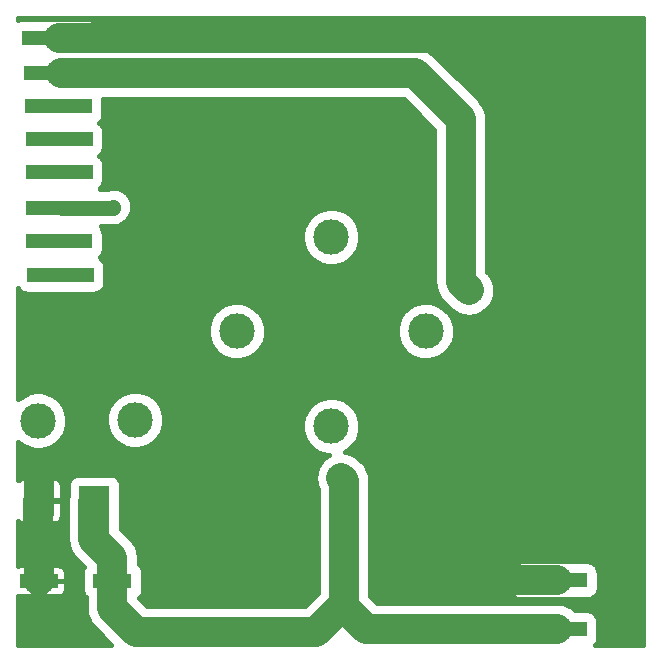
<source format=gbr>
G04 #@! TF.FileFunction,Copper,L1,Top,Signal*
%FSLAX46Y46*%
G04 Gerber Fmt 4.6, Leading zero omitted, Abs format (unit mm)*
G04 Created by KiCad (PCBNEW 4.0.6) date 05/07/17 20:55:24*
%MOMM*%
%LPD*%
G01*
G04 APERTURE LIST*
%ADD10C,0.100000*%
%ADD11C,1.100000*%
%ADD12R,0.635000X1.270000*%
%ADD13R,3.300000X1.300000*%
%ADD14R,2.540000X2.540000*%
%ADD15C,3.000000*%
%ADD16C,1.006400*%
%ADD17C,2.540000*%
%ADD18C,1.270000*%
%ADD19C,0.406400*%
G04 APERTURE END LIST*
D10*
D11*
X78462700Y-125832900D03*
D12*
X78843700Y-125832900D03*
X79478700Y-125832900D03*
X78208700Y-125832900D03*
X77573700Y-125832900D03*
X76938700Y-125832900D03*
X80075600Y-125832900D03*
X80672500Y-125832900D03*
X76316400Y-125832900D03*
X75694100Y-125832900D03*
D11*
X78444500Y-129966900D03*
D12*
X78825500Y-129966900D03*
X79460500Y-129966900D03*
X78190500Y-129966900D03*
X77555500Y-129966900D03*
X76920500Y-129966900D03*
X80057400Y-129966900D03*
X80654300Y-129966900D03*
X76298200Y-129966900D03*
X75675900Y-129966900D03*
D11*
X36267100Y-79918900D03*
D12*
X36648100Y-79918900D03*
X37283100Y-79918900D03*
X36013100Y-79918900D03*
X35378100Y-79918900D03*
X34743100Y-79918900D03*
X37880000Y-79918900D03*
X38476900Y-79918900D03*
X34120800Y-79918900D03*
X33498500Y-79918900D03*
D11*
X36453100Y-82863900D03*
D12*
X36834100Y-82863900D03*
X37469100Y-82863900D03*
X36199100Y-82863900D03*
X35564100Y-82863900D03*
X34929100Y-82863900D03*
X38066000Y-82863900D03*
X38662900Y-82863900D03*
X34306800Y-82863900D03*
X33684500Y-82863900D03*
D11*
X36565100Y-91288900D03*
D12*
X36946100Y-91288900D03*
X37581100Y-91288900D03*
X36311100Y-91288900D03*
X35676100Y-91288900D03*
X35041100Y-91288900D03*
X38178000Y-91288900D03*
X38774900Y-91288900D03*
X34418800Y-91288900D03*
X33796500Y-91288900D03*
D11*
X36554100Y-94266900D03*
D12*
X36935100Y-94266900D03*
X37570100Y-94266900D03*
X36300100Y-94266900D03*
X35665100Y-94266900D03*
X35030100Y-94266900D03*
X38167000Y-94266900D03*
X38763900Y-94266900D03*
X34407800Y-94266900D03*
X33785500Y-94266900D03*
D11*
X36532100Y-85706900D03*
D12*
X36913100Y-85706900D03*
X37548100Y-85706900D03*
X36278100Y-85706900D03*
X35643100Y-85706900D03*
X35008100Y-85706900D03*
X38145000Y-85706900D03*
X38741900Y-85706900D03*
X34385800Y-85706900D03*
X33763500Y-85706900D03*
D11*
X36704100Y-99946900D03*
D12*
X37085100Y-99946900D03*
X37720100Y-99946900D03*
X36450100Y-99946900D03*
X35815100Y-99946900D03*
X35180100Y-99946900D03*
X38317000Y-99946900D03*
X38913900Y-99946900D03*
X34557800Y-99946900D03*
X33935500Y-99946900D03*
D11*
X36555100Y-97130900D03*
D12*
X36936100Y-97130900D03*
X37571100Y-97130900D03*
X36301100Y-97130900D03*
X35666100Y-97130900D03*
X35031100Y-97130900D03*
X38168000Y-97130900D03*
X38764900Y-97130900D03*
X34408800Y-97130900D03*
X33786500Y-97130900D03*
D11*
X36569100Y-88491900D03*
D12*
X36950100Y-88491900D03*
X37585100Y-88491900D03*
X36315100Y-88491900D03*
X35680100Y-88491900D03*
X35045100Y-88491900D03*
X38182000Y-88491900D03*
X38778900Y-88491900D03*
X34422800Y-88491900D03*
X33800500Y-88491900D03*
D13*
X40803100Y-125882900D03*
X34553100Y-125882900D03*
D14*
X34582600Y-119081900D03*
X39281600Y-119081900D03*
D15*
X51333700Y-104744900D03*
X59334700Y-96743900D03*
X67335700Y-104744900D03*
X59334700Y-112771300D03*
X34515100Y-112298900D03*
X42719100Y-112232900D03*
D16*
X70962100Y-101268900D03*
X60193100Y-117182900D03*
X74554100Y-95963900D03*
X64568100Y-121066900D03*
X49653000Y-119144000D03*
X40890100Y-94183900D03*
D17*
X40803100Y-125882900D02*
X40803100Y-123907900D01*
X40803100Y-123907900D02*
X39194100Y-122298900D01*
X39194100Y-122298900D02*
X39194100Y-119169400D01*
X39194100Y-119169400D02*
X39281600Y-119081900D01*
X36453100Y-82863900D02*
X66388100Y-82863900D01*
X66388100Y-82863900D02*
X70300100Y-86775900D01*
X70300100Y-86775900D02*
X70300100Y-100606900D01*
X70300100Y-100606900D02*
X70962100Y-101268900D01*
X78444500Y-129966900D02*
X62294100Y-129966900D01*
X62294100Y-129966900D02*
X60412100Y-128084900D01*
X60412100Y-128084900D02*
X60412100Y-127810900D01*
X60412100Y-127810900D02*
X60412100Y-117401900D01*
X60412100Y-117401900D02*
X60193100Y-117182900D01*
X39281600Y-119081900D02*
X39281600Y-122424400D01*
X39281600Y-122424400D02*
X40780100Y-123922900D01*
X40780100Y-123922900D02*
X40780100Y-128196900D01*
X40780100Y-128196900D02*
X42804100Y-130220900D01*
X42804100Y-130220900D02*
X58002100Y-130220900D01*
X58002100Y-130220900D02*
X60412100Y-127810900D01*
X34553100Y-125882900D02*
X34474100Y-119149400D01*
X34474100Y-119149400D02*
X34582600Y-119081900D01*
X36267100Y-79918900D02*
X69024100Y-79918900D01*
X69024100Y-79918900D02*
X74081100Y-84975900D01*
X74081100Y-84975900D02*
X74081100Y-95490900D01*
X74081100Y-95490900D02*
X74554100Y-95963900D01*
X78462700Y-125832900D02*
X65712100Y-125832900D01*
X65712100Y-125832900D02*
X64678100Y-124798900D01*
X64678100Y-124798900D02*
X64678100Y-121176900D01*
X64678100Y-121176900D02*
X64568100Y-121066900D01*
X34582600Y-119081900D02*
X34582600Y-116547400D01*
X34582600Y-116547400D02*
X35203100Y-115926900D01*
X35203100Y-115926900D02*
X46435900Y-115926900D01*
X46435900Y-115926900D02*
X49653000Y-119144000D01*
D18*
X36554100Y-94266900D02*
X40807100Y-94266900D01*
X40807100Y-94266900D02*
X40890100Y-94183900D01*
D19*
G36*
X85723900Y-131288700D02*
X81648108Y-131288700D01*
X81791119Y-131120904D01*
X81903272Y-130872099D01*
X81941670Y-130601900D01*
X81941670Y-129331900D01*
X81929413Y-129178195D01*
X81848679Y-128917496D01*
X81698513Y-128689610D01*
X81490804Y-128512581D01*
X81241999Y-128400428D01*
X80971800Y-128362030D01*
X79992648Y-128362030D01*
X79707314Y-128122606D01*
X79325039Y-127912449D01*
X78909224Y-127780544D01*
X78475708Y-127731918D01*
X78444500Y-127731700D01*
X63219950Y-127731700D01*
X62647300Y-127159050D01*
X62647300Y-125197900D01*
X74406730Y-125197900D01*
X74406730Y-126467900D01*
X74418987Y-126621605D01*
X74499721Y-126882304D01*
X74649887Y-127110190D01*
X74857596Y-127287219D01*
X75106401Y-127399372D01*
X75376600Y-127437770D01*
X80990000Y-127437770D01*
X81143705Y-127425513D01*
X81404404Y-127344779D01*
X81632290Y-127194613D01*
X81809319Y-126986904D01*
X81921472Y-126738099D01*
X81959870Y-126467900D01*
X81959870Y-125197900D01*
X81947613Y-125044195D01*
X81866879Y-124783496D01*
X81716713Y-124555610D01*
X81509004Y-124378581D01*
X81260199Y-124266428D01*
X80990000Y-124228030D01*
X75376600Y-124228030D01*
X75222895Y-124240287D01*
X74962196Y-124321021D01*
X74734310Y-124471187D01*
X74557281Y-124678896D01*
X74445128Y-124927701D01*
X74406730Y-125197900D01*
X62647300Y-125197900D01*
X62647300Y-117401900D01*
X62627149Y-117196386D01*
X62609157Y-116990732D01*
X62605878Y-116979446D01*
X62604731Y-116967747D01*
X62545044Y-116770055D01*
X62487451Y-116571819D01*
X62482043Y-116561386D01*
X62478645Y-116550131D01*
X62381700Y-116367804D01*
X62286697Y-116184523D01*
X62279364Y-116175338D01*
X62273846Y-116164959D01*
X62143318Y-116004916D01*
X62014538Y-115843597D01*
X61998410Y-115827241D01*
X61998133Y-115826902D01*
X61997819Y-115826642D01*
X61992625Y-115821375D01*
X61773625Y-115602375D01*
X61436532Y-115325483D01*
X61052076Y-115119340D01*
X60634904Y-114991797D01*
X60464041Y-114974442D01*
X60859772Y-114723304D01*
X61209874Y-114389906D01*
X61488550Y-113994857D01*
X61685187Y-113553203D01*
X61792295Y-113081766D01*
X61800006Y-112529575D01*
X61706103Y-112055331D01*
X61521874Y-111608359D01*
X61254337Y-111205683D01*
X60913681Y-110862640D01*
X60512882Y-110592298D01*
X60067207Y-110404953D01*
X59593630Y-110307742D01*
X59110191Y-110304367D01*
X58635304Y-110394956D01*
X58187056Y-110576060D01*
X57782522Y-110840780D01*
X57437110Y-111179033D01*
X57163976Y-111577934D01*
X56973525Y-112022291D01*
X56873010Y-112495177D01*
X56866260Y-112978581D01*
X56953532Y-113454089D01*
X57131502Y-113903590D01*
X57393391Y-114309963D01*
X57729224Y-114657728D01*
X58126209Y-114933640D01*
X58569225Y-115127189D01*
X59041398Y-115231003D01*
X59122272Y-115232697D01*
X58962665Y-115316848D01*
X58623648Y-115591379D01*
X58344410Y-115926532D01*
X58135588Y-116309538D01*
X58005136Y-116725810D01*
X57958023Y-117159493D01*
X57996043Y-117594068D01*
X58117749Y-118012981D01*
X58176900Y-118127096D01*
X58176900Y-126885050D01*
X57076250Y-127985700D01*
X43729950Y-127985700D01*
X43040218Y-127295968D01*
X43095390Y-127259613D01*
X43272419Y-127051904D01*
X43384572Y-126803099D01*
X43422970Y-126532900D01*
X43422970Y-125232900D01*
X43410713Y-125079195D01*
X43329979Y-124818496D01*
X43179813Y-124590610D01*
X43038300Y-124469999D01*
X43038300Y-123907900D01*
X43018149Y-123702386D01*
X43000157Y-123496732D01*
X42996878Y-123485446D01*
X42995731Y-123473747D01*
X42936058Y-123276102D01*
X42878452Y-123077819D01*
X42873042Y-123067382D01*
X42869645Y-123056131D01*
X42772719Y-122873839D01*
X42677697Y-122690523D01*
X42670364Y-122681338D01*
X42664846Y-122670959D01*
X42534343Y-122510946D01*
X42405539Y-122349597D01*
X42389408Y-122333240D01*
X42389133Y-122332902D01*
X42388820Y-122332643D01*
X42383625Y-122327375D01*
X41516800Y-121460550D01*
X41516800Y-120384762D01*
X41521470Y-120351900D01*
X41521470Y-117811900D01*
X41509213Y-117658195D01*
X41428479Y-117397496D01*
X41278313Y-117169610D01*
X41070604Y-116992581D01*
X40821799Y-116880428D01*
X40551600Y-116842030D01*
X38011600Y-116842030D01*
X37857895Y-116854287D01*
X37597196Y-116935021D01*
X37369310Y-117085187D01*
X37192281Y-117292896D01*
X37080128Y-117541701D01*
X37041730Y-117811900D01*
X37041730Y-118597539D01*
X37007744Y-118704676D01*
X37006434Y-118716354D01*
X37002997Y-118727596D01*
X36982131Y-118933027D01*
X36959118Y-119138192D01*
X36958957Y-119161169D01*
X36958914Y-119161597D01*
X36958952Y-119161996D01*
X36958900Y-119169400D01*
X36958900Y-122298900D01*
X36979051Y-122504414D01*
X36997043Y-122710068D01*
X37000322Y-122721354D01*
X37001469Y-122733053D01*
X37061156Y-122930745D01*
X37118749Y-123128981D01*
X37124157Y-123139414D01*
X37127555Y-123150669D01*
X37224489Y-123332976D01*
X37319503Y-123516278D01*
X37326837Y-123525465D01*
X37332354Y-123535841D01*
X37386510Y-123602243D01*
X37407003Y-123641778D01*
X37414337Y-123650965D01*
X37419854Y-123661341D01*
X37550345Y-123821338D01*
X37679162Y-123982704D01*
X37695292Y-123999060D01*
X37695567Y-123999398D01*
X37695880Y-123999657D01*
X37701075Y-124004925D01*
X38368873Y-124672723D01*
X38333781Y-124713896D01*
X38221628Y-124962701D01*
X38183230Y-125232900D01*
X38183230Y-126532900D01*
X38195487Y-126686605D01*
X38276221Y-126947304D01*
X38426387Y-127175190D01*
X38544900Y-127276198D01*
X38544900Y-128196900D01*
X38565051Y-128402414D01*
X38583043Y-128608068D01*
X38586322Y-128619354D01*
X38587469Y-128631053D01*
X38647156Y-128828745D01*
X38704749Y-129026981D01*
X38710157Y-129037414D01*
X38713555Y-129048669D01*
X38810489Y-129230976D01*
X38905503Y-129414278D01*
X38912837Y-129423465D01*
X38918354Y-129433841D01*
X39048845Y-129593838D01*
X39177662Y-129755204D01*
X39193792Y-129771560D01*
X39194067Y-129771898D01*
X39194380Y-129772157D01*
X39199575Y-129777425D01*
X40710850Y-131288700D01*
X32818300Y-131288700D01*
X32818300Y-127188555D01*
X32838135Y-127192500D01*
X34363200Y-127192500D01*
X34528100Y-127027600D01*
X34528100Y-125907900D01*
X34578100Y-125907900D01*
X34578100Y-127027600D01*
X34743000Y-127192500D01*
X36268065Y-127192500D01*
X36395498Y-127167152D01*
X36515538Y-127117430D01*
X36623571Y-127045245D01*
X36715445Y-126953370D01*
X36787630Y-126845338D01*
X36837352Y-126725298D01*
X36862700Y-126597865D01*
X36862700Y-126072800D01*
X36697800Y-125907900D01*
X34578100Y-125907900D01*
X34528100Y-125907900D01*
X34508100Y-125907900D01*
X34508100Y-125857900D01*
X34528100Y-125857900D01*
X34528100Y-124738200D01*
X34578100Y-124738200D01*
X34578100Y-125857900D01*
X36697800Y-125857900D01*
X36862700Y-125693000D01*
X36862700Y-125167935D01*
X36837352Y-125040502D01*
X36787630Y-124920462D01*
X36715445Y-124812430D01*
X36623571Y-124720555D01*
X36515538Y-124648370D01*
X36395498Y-124598648D01*
X36268065Y-124573300D01*
X34743000Y-124573300D01*
X34578100Y-124738200D01*
X34528100Y-124738200D01*
X34363200Y-124573300D01*
X32838135Y-124573300D01*
X32818300Y-124577245D01*
X32818300Y-120790415D01*
X32892129Y-120864245D01*
X33000162Y-120936430D01*
X33120202Y-120986152D01*
X33247635Y-121011500D01*
X34392700Y-121011500D01*
X34557600Y-120846600D01*
X34557600Y-119106900D01*
X34607600Y-119106900D01*
X34607600Y-120846600D01*
X34772500Y-121011500D01*
X35917565Y-121011500D01*
X36044998Y-120986152D01*
X36165038Y-120936430D01*
X36273071Y-120864245D01*
X36364945Y-120772370D01*
X36437130Y-120664338D01*
X36486852Y-120544298D01*
X36512200Y-120416865D01*
X36512200Y-119271800D01*
X36347300Y-119106900D01*
X34607600Y-119106900D01*
X34557600Y-119106900D01*
X34537600Y-119106900D01*
X34537600Y-119056900D01*
X34557600Y-119056900D01*
X34557600Y-117317200D01*
X34607600Y-117317200D01*
X34607600Y-119056900D01*
X36347300Y-119056900D01*
X36512200Y-118892000D01*
X36512200Y-117746935D01*
X36486852Y-117619502D01*
X36437130Y-117499462D01*
X36364945Y-117391430D01*
X36273071Y-117299555D01*
X36165038Y-117227370D01*
X36044998Y-117177648D01*
X35917565Y-117152300D01*
X34772500Y-117152300D01*
X34607600Y-117317200D01*
X34557600Y-117317200D01*
X34392700Y-117152300D01*
X33247635Y-117152300D01*
X33120202Y-117177648D01*
X33000162Y-117227370D01*
X32892129Y-117299555D01*
X32818300Y-117373385D01*
X32818300Y-114090759D01*
X32909624Y-114185328D01*
X33306609Y-114461240D01*
X33749625Y-114654789D01*
X34221798Y-114758603D01*
X34705143Y-114768727D01*
X35181249Y-114684777D01*
X35631981Y-114509949D01*
X36040172Y-114250904D01*
X36390274Y-113917506D01*
X36668950Y-113522457D01*
X36865587Y-113080803D01*
X36972695Y-112609366D01*
X36975057Y-112440181D01*
X40250660Y-112440181D01*
X40337932Y-112915689D01*
X40515902Y-113365190D01*
X40777791Y-113771563D01*
X41113624Y-114119328D01*
X41510609Y-114395240D01*
X41953625Y-114588789D01*
X42425798Y-114692603D01*
X42909143Y-114702727D01*
X43385249Y-114618777D01*
X43835981Y-114443949D01*
X44244172Y-114184904D01*
X44594274Y-113851506D01*
X44872950Y-113456457D01*
X45069587Y-113014803D01*
X45176695Y-112543366D01*
X45184406Y-111991175D01*
X45090503Y-111516931D01*
X44906274Y-111069959D01*
X44638737Y-110667283D01*
X44298081Y-110324240D01*
X43897282Y-110053898D01*
X43451607Y-109866553D01*
X42978030Y-109769342D01*
X42494591Y-109765967D01*
X42019704Y-109856556D01*
X41571456Y-110037660D01*
X41166922Y-110302380D01*
X40821510Y-110640633D01*
X40548376Y-111039534D01*
X40357925Y-111483891D01*
X40257410Y-111956777D01*
X40250660Y-112440181D01*
X36975057Y-112440181D01*
X36980406Y-112057175D01*
X36886503Y-111582931D01*
X36702274Y-111135959D01*
X36434737Y-110733283D01*
X36094081Y-110390240D01*
X35693282Y-110119898D01*
X35247607Y-109932553D01*
X34774030Y-109835342D01*
X34290591Y-109831967D01*
X33815704Y-109922556D01*
X33367456Y-110103660D01*
X32962922Y-110368380D01*
X32818300Y-110510005D01*
X32818300Y-104952181D01*
X48865260Y-104952181D01*
X48952532Y-105427689D01*
X49130502Y-105877190D01*
X49392391Y-106283563D01*
X49728224Y-106631328D01*
X50125209Y-106907240D01*
X50568225Y-107100789D01*
X51040398Y-107204603D01*
X51523743Y-107214727D01*
X51999849Y-107130777D01*
X52450581Y-106955949D01*
X52858772Y-106696904D01*
X53208874Y-106363506D01*
X53487550Y-105968457D01*
X53684187Y-105526803D01*
X53791295Y-105055366D01*
X53792735Y-104952181D01*
X64867260Y-104952181D01*
X64954532Y-105427689D01*
X65132502Y-105877190D01*
X65394391Y-106283563D01*
X65730224Y-106631328D01*
X66127209Y-106907240D01*
X66570225Y-107100789D01*
X67042398Y-107204603D01*
X67525743Y-107214727D01*
X68001849Y-107130777D01*
X68452581Y-106955949D01*
X68860772Y-106696904D01*
X69210874Y-106363506D01*
X69489550Y-105968457D01*
X69686187Y-105526803D01*
X69793295Y-105055366D01*
X69801006Y-104503175D01*
X69707103Y-104028931D01*
X69522874Y-103581959D01*
X69255337Y-103179283D01*
X68914681Y-102836240D01*
X68513882Y-102565898D01*
X68068207Y-102378553D01*
X67594630Y-102281342D01*
X67111191Y-102277967D01*
X66636304Y-102368556D01*
X66188056Y-102549660D01*
X65783522Y-102814380D01*
X65438110Y-103152633D01*
X65164976Y-103551534D01*
X64974525Y-103995891D01*
X64874010Y-104468777D01*
X64867260Y-104952181D01*
X53792735Y-104952181D01*
X53799006Y-104503175D01*
X53705103Y-104028931D01*
X53520874Y-103581959D01*
X53253337Y-103179283D01*
X52912681Y-102836240D01*
X52511882Y-102565898D01*
X52066207Y-102378553D01*
X51592630Y-102281342D01*
X51109191Y-102277967D01*
X50634304Y-102368556D01*
X50186056Y-102549660D01*
X49781522Y-102814380D01*
X49436110Y-103152633D01*
X49162976Y-103551534D01*
X48972525Y-103995891D01*
X48872010Y-104468777D01*
X48865260Y-104952181D01*
X32818300Y-104952181D01*
X32818300Y-101113428D01*
X32891287Y-101224190D01*
X33098996Y-101401219D01*
X33347801Y-101513372D01*
X33618000Y-101551770D01*
X39231400Y-101551770D01*
X39385105Y-101539513D01*
X39645804Y-101458779D01*
X39873690Y-101308613D01*
X40050719Y-101100904D01*
X40162872Y-100852099D01*
X40201270Y-100581900D01*
X40201270Y-99311900D01*
X40189013Y-99158195D01*
X40108279Y-98897496D01*
X39958113Y-98669610D01*
X39750404Y-98492581D01*
X39731847Y-98484216D01*
X39901719Y-98284904D01*
X40013872Y-98036099D01*
X40052270Y-97765900D01*
X40052270Y-96951181D01*
X56866260Y-96951181D01*
X56953532Y-97426689D01*
X57131502Y-97876190D01*
X57393391Y-98282563D01*
X57729224Y-98630328D01*
X58126209Y-98906240D01*
X58569225Y-99099789D01*
X59041398Y-99203603D01*
X59524743Y-99213727D01*
X60000849Y-99129777D01*
X60451581Y-98954949D01*
X60859772Y-98695904D01*
X61209874Y-98362506D01*
X61488550Y-97967457D01*
X61685187Y-97525803D01*
X61792295Y-97054366D01*
X61800006Y-96502175D01*
X61706103Y-96027931D01*
X61521874Y-95580959D01*
X61254337Y-95178283D01*
X60913681Y-94835240D01*
X60512882Y-94564898D01*
X60067207Y-94377553D01*
X59593630Y-94280342D01*
X59110191Y-94276967D01*
X58635304Y-94367556D01*
X58187056Y-94548660D01*
X57782522Y-94813380D01*
X57437110Y-95151633D01*
X57163976Y-95550534D01*
X56973525Y-95994891D01*
X56873010Y-96467777D01*
X56866260Y-96951181D01*
X40052270Y-96951181D01*
X40052270Y-96495900D01*
X40040013Y-96342195D01*
X39959279Y-96081496D01*
X39818002Y-95867100D01*
X40807100Y-95867100D01*
X40954208Y-95852676D01*
X41101459Y-95839793D01*
X41109541Y-95837445D01*
X41117914Y-95836624D01*
X41259439Y-95793896D01*
X41401362Y-95752663D01*
X41408829Y-95748792D01*
X41416889Y-95746359D01*
X41547423Y-95676953D01*
X41678632Y-95608941D01*
X41685209Y-95603690D01*
X41692637Y-95599741D01*
X41807176Y-95506325D01*
X41922704Y-95414100D01*
X41934411Y-95402554D01*
X41934656Y-95402355D01*
X41934843Y-95402129D01*
X41938612Y-95398412D01*
X42021612Y-95315412D01*
X42219841Y-95074084D01*
X42367422Y-94798849D01*
X42458730Y-94500191D01*
X42490291Y-94189485D01*
X42460900Y-93878567D01*
X42371678Y-93579279D01*
X42226024Y-93303021D01*
X42029484Y-93060314D01*
X41789546Y-92860405D01*
X41515349Y-92710908D01*
X41217334Y-92617516D01*
X40906857Y-92583788D01*
X40595741Y-92611007D01*
X40404045Y-92666700D01*
X39710277Y-92666700D01*
X39734690Y-92650613D01*
X39911719Y-92442904D01*
X40023872Y-92194099D01*
X40062270Y-91923900D01*
X40062270Y-90653900D01*
X40050013Y-90500195D01*
X39969279Y-90239496D01*
X39819113Y-90011610D01*
X39679498Y-89892617D01*
X39738690Y-89853613D01*
X39915719Y-89645904D01*
X40027872Y-89397099D01*
X40066270Y-89126900D01*
X40066270Y-87856900D01*
X40054013Y-87703195D01*
X39973279Y-87442496D01*
X39823113Y-87214610D01*
X39673562Y-87087148D01*
X39701690Y-87068613D01*
X39878719Y-86860904D01*
X39990872Y-86612099D01*
X40029270Y-86341900D01*
X40029270Y-85099100D01*
X65462250Y-85099100D01*
X68064900Y-87701750D01*
X68064900Y-100606900D01*
X68085051Y-100812414D01*
X68103043Y-101018068D01*
X68106322Y-101029354D01*
X68107469Y-101041053D01*
X68167156Y-101238745D01*
X68224749Y-101436981D01*
X68230157Y-101447414D01*
X68233555Y-101458669D01*
X68330489Y-101640976D01*
X68425503Y-101824278D01*
X68432837Y-101833465D01*
X68438354Y-101843841D01*
X68568845Y-102003838D01*
X68697662Y-102165204D01*
X68713792Y-102181560D01*
X68714067Y-102181898D01*
X68714380Y-102182157D01*
X68719575Y-102187425D01*
X69381575Y-102849425D01*
X69718668Y-103126317D01*
X70103123Y-103332459D01*
X70520296Y-103460002D01*
X70954297Y-103504086D01*
X71388596Y-103463033D01*
X71806650Y-103338406D01*
X72192535Y-103134952D01*
X72531552Y-102860421D01*
X72810790Y-102525268D01*
X73019612Y-102142261D01*
X73150064Y-101725990D01*
X73197177Y-101292306D01*
X73159157Y-100857731D01*
X73037451Y-100438819D01*
X72836696Y-100051522D01*
X72564538Y-99710596D01*
X72542625Y-99688375D01*
X72535300Y-99681050D01*
X72535300Y-86775900D01*
X72515150Y-86570394D01*
X72497157Y-86364731D01*
X72493878Y-86353445D01*
X72492731Y-86341747D01*
X72433048Y-86144067D01*
X72375451Y-85945819D01*
X72370043Y-85935386D01*
X72366645Y-85924131D01*
X72269690Y-85741785D01*
X72174696Y-85558522D01*
X72167365Y-85549338D01*
X72161846Y-85538959D01*
X72031333Y-85378935D01*
X71902538Y-85217596D01*
X71886408Y-85201240D01*
X71886133Y-85200902D01*
X71885820Y-85200643D01*
X71880625Y-85195375D01*
X67968625Y-81283375D01*
X67809051Y-81152299D01*
X67650914Y-81019606D01*
X67640616Y-81013945D01*
X67631532Y-81006483D01*
X67449542Y-80908901D01*
X67268639Y-80809449D01*
X67257437Y-80805895D01*
X67247076Y-80800340D01*
X67049585Y-80739961D01*
X66852824Y-80677544D01*
X66841146Y-80676234D01*
X66829904Y-80672797D01*
X66624473Y-80651931D01*
X66419308Y-80628918D01*
X66396331Y-80628757D01*
X66395903Y-80628714D01*
X66395504Y-80628752D01*
X66388100Y-80628700D01*
X39753640Y-80628700D01*
X39764270Y-80553900D01*
X39764270Y-79283900D01*
X39752013Y-79130195D01*
X39671279Y-78869496D01*
X39521113Y-78641610D01*
X39313404Y-78464581D01*
X39064599Y-78352428D01*
X38794400Y-78314030D01*
X33181000Y-78314030D01*
X33027295Y-78326287D01*
X32818300Y-78391009D01*
X32818300Y-78223100D01*
X85723900Y-78223100D01*
X85723900Y-131288700D01*
X85723900Y-131288700D01*
G37*
X85723900Y-131288700D02*
X81648108Y-131288700D01*
X81791119Y-131120904D01*
X81903272Y-130872099D01*
X81941670Y-130601900D01*
X81941670Y-129331900D01*
X81929413Y-129178195D01*
X81848679Y-128917496D01*
X81698513Y-128689610D01*
X81490804Y-128512581D01*
X81241999Y-128400428D01*
X80971800Y-128362030D01*
X79992648Y-128362030D01*
X79707314Y-128122606D01*
X79325039Y-127912449D01*
X78909224Y-127780544D01*
X78475708Y-127731918D01*
X78444500Y-127731700D01*
X63219950Y-127731700D01*
X62647300Y-127159050D01*
X62647300Y-125197900D01*
X74406730Y-125197900D01*
X74406730Y-126467900D01*
X74418987Y-126621605D01*
X74499721Y-126882304D01*
X74649887Y-127110190D01*
X74857596Y-127287219D01*
X75106401Y-127399372D01*
X75376600Y-127437770D01*
X80990000Y-127437770D01*
X81143705Y-127425513D01*
X81404404Y-127344779D01*
X81632290Y-127194613D01*
X81809319Y-126986904D01*
X81921472Y-126738099D01*
X81959870Y-126467900D01*
X81959870Y-125197900D01*
X81947613Y-125044195D01*
X81866879Y-124783496D01*
X81716713Y-124555610D01*
X81509004Y-124378581D01*
X81260199Y-124266428D01*
X80990000Y-124228030D01*
X75376600Y-124228030D01*
X75222895Y-124240287D01*
X74962196Y-124321021D01*
X74734310Y-124471187D01*
X74557281Y-124678896D01*
X74445128Y-124927701D01*
X74406730Y-125197900D01*
X62647300Y-125197900D01*
X62647300Y-117401900D01*
X62627149Y-117196386D01*
X62609157Y-116990732D01*
X62605878Y-116979446D01*
X62604731Y-116967747D01*
X62545044Y-116770055D01*
X62487451Y-116571819D01*
X62482043Y-116561386D01*
X62478645Y-116550131D01*
X62381700Y-116367804D01*
X62286697Y-116184523D01*
X62279364Y-116175338D01*
X62273846Y-116164959D01*
X62143318Y-116004916D01*
X62014538Y-115843597D01*
X61998410Y-115827241D01*
X61998133Y-115826902D01*
X61997819Y-115826642D01*
X61992625Y-115821375D01*
X61773625Y-115602375D01*
X61436532Y-115325483D01*
X61052076Y-115119340D01*
X60634904Y-114991797D01*
X60464041Y-114974442D01*
X60859772Y-114723304D01*
X61209874Y-114389906D01*
X61488550Y-113994857D01*
X61685187Y-113553203D01*
X61792295Y-113081766D01*
X61800006Y-112529575D01*
X61706103Y-112055331D01*
X61521874Y-111608359D01*
X61254337Y-111205683D01*
X60913681Y-110862640D01*
X60512882Y-110592298D01*
X60067207Y-110404953D01*
X59593630Y-110307742D01*
X59110191Y-110304367D01*
X58635304Y-110394956D01*
X58187056Y-110576060D01*
X57782522Y-110840780D01*
X57437110Y-111179033D01*
X57163976Y-111577934D01*
X56973525Y-112022291D01*
X56873010Y-112495177D01*
X56866260Y-112978581D01*
X56953532Y-113454089D01*
X57131502Y-113903590D01*
X57393391Y-114309963D01*
X57729224Y-114657728D01*
X58126209Y-114933640D01*
X58569225Y-115127189D01*
X59041398Y-115231003D01*
X59122272Y-115232697D01*
X58962665Y-115316848D01*
X58623648Y-115591379D01*
X58344410Y-115926532D01*
X58135588Y-116309538D01*
X58005136Y-116725810D01*
X57958023Y-117159493D01*
X57996043Y-117594068D01*
X58117749Y-118012981D01*
X58176900Y-118127096D01*
X58176900Y-126885050D01*
X57076250Y-127985700D01*
X43729950Y-127985700D01*
X43040218Y-127295968D01*
X43095390Y-127259613D01*
X43272419Y-127051904D01*
X43384572Y-126803099D01*
X43422970Y-126532900D01*
X43422970Y-125232900D01*
X43410713Y-125079195D01*
X43329979Y-124818496D01*
X43179813Y-124590610D01*
X43038300Y-124469999D01*
X43038300Y-123907900D01*
X43018149Y-123702386D01*
X43000157Y-123496732D01*
X42996878Y-123485446D01*
X42995731Y-123473747D01*
X42936058Y-123276102D01*
X42878452Y-123077819D01*
X42873042Y-123067382D01*
X42869645Y-123056131D01*
X42772719Y-122873839D01*
X42677697Y-122690523D01*
X42670364Y-122681338D01*
X42664846Y-122670959D01*
X42534343Y-122510946D01*
X42405539Y-122349597D01*
X42389408Y-122333240D01*
X42389133Y-122332902D01*
X42388820Y-122332643D01*
X42383625Y-122327375D01*
X41516800Y-121460550D01*
X41516800Y-120384762D01*
X41521470Y-120351900D01*
X41521470Y-117811900D01*
X41509213Y-117658195D01*
X41428479Y-117397496D01*
X41278313Y-117169610D01*
X41070604Y-116992581D01*
X40821799Y-116880428D01*
X40551600Y-116842030D01*
X38011600Y-116842030D01*
X37857895Y-116854287D01*
X37597196Y-116935021D01*
X37369310Y-117085187D01*
X37192281Y-117292896D01*
X37080128Y-117541701D01*
X37041730Y-117811900D01*
X37041730Y-118597539D01*
X37007744Y-118704676D01*
X37006434Y-118716354D01*
X37002997Y-118727596D01*
X36982131Y-118933027D01*
X36959118Y-119138192D01*
X36958957Y-119161169D01*
X36958914Y-119161597D01*
X36958952Y-119161996D01*
X36958900Y-119169400D01*
X36958900Y-122298900D01*
X36979051Y-122504414D01*
X36997043Y-122710068D01*
X37000322Y-122721354D01*
X37001469Y-122733053D01*
X37061156Y-122930745D01*
X37118749Y-123128981D01*
X37124157Y-123139414D01*
X37127555Y-123150669D01*
X37224489Y-123332976D01*
X37319503Y-123516278D01*
X37326837Y-123525465D01*
X37332354Y-123535841D01*
X37386510Y-123602243D01*
X37407003Y-123641778D01*
X37414337Y-123650965D01*
X37419854Y-123661341D01*
X37550345Y-123821338D01*
X37679162Y-123982704D01*
X37695292Y-123999060D01*
X37695567Y-123999398D01*
X37695880Y-123999657D01*
X37701075Y-124004925D01*
X38368873Y-124672723D01*
X38333781Y-124713896D01*
X38221628Y-124962701D01*
X38183230Y-125232900D01*
X38183230Y-126532900D01*
X38195487Y-126686605D01*
X38276221Y-126947304D01*
X38426387Y-127175190D01*
X38544900Y-127276198D01*
X38544900Y-128196900D01*
X38565051Y-128402414D01*
X38583043Y-128608068D01*
X38586322Y-128619354D01*
X38587469Y-128631053D01*
X38647156Y-128828745D01*
X38704749Y-129026981D01*
X38710157Y-129037414D01*
X38713555Y-129048669D01*
X38810489Y-129230976D01*
X38905503Y-129414278D01*
X38912837Y-129423465D01*
X38918354Y-129433841D01*
X39048845Y-129593838D01*
X39177662Y-129755204D01*
X39193792Y-129771560D01*
X39194067Y-129771898D01*
X39194380Y-129772157D01*
X39199575Y-129777425D01*
X40710850Y-131288700D01*
X32818300Y-131288700D01*
X32818300Y-127188555D01*
X32838135Y-127192500D01*
X34363200Y-127192500D01*
X34528100Y-127027600D01*
X34528100Y-125907900D01*
X34578100Y-125907900D01*
X34578100Y-127027600D01*
X34743000Y-127192500D01*
X36268065Y-127192500D01*
X36395498Y-127167152D01*
X36515538Y-127117430D01*
X36623571Y-127045245D01*
X36715445Y-126953370D01*
X36787630Y-126845338D01*
X36837352Y-126725298D01*
X36862700Y-126597865D01*
X36862700Y-126072800D01*
X36697800Y-125907900D01*
X34578100Y-125907900D01*
X34528100Y-125907900D01*
X34508100Y-125907900D01*
X34508100Y-125857900D01*
X34528100Y-125857900D01*
X34528100Y-124738200D01*
X34578100Y-124738200D01*
X34578100Y-125857900D01*
X36697800Y-125857900D01*
X36862700Y-125693000D01*
X36862700Y-125167935D01*
X36837352Y-125040502D01*
X36787630Y-124920462D01*
X36715445Y-124812430D01*
X36623571Y-124720555D01*
X36515538Y-124648370D01*
X36395498Y-124598648D01*
X36268065Y-124573300D01*
X34743000Y-124573300D01*
X34578100Y-124738200D01*
X34528100Y-124738200D01*
X34363200Y-124573300D01*
X32838135Y-124573300D01*
X32818300Y-124577245D01*
X32818300Y-120790415D01*
X32892129Y-120864245D01*
X33000162Y-120936430D01*
X33120202Y-120986152D01*
X33247635Y-121011500D01*
X34392700Y-121011500D01*
X34557600Y-120846600D01*
X34557600Y-119106900D01*
X34607600Y-119106900D01*
X34607600Y-120846600D01*
X34772500Y-121011500D01*
X35917565Y-121011500D01*
X36044998Y-120986152D01*
X36165038Y-120936430D01*
X36273071Y-120864245D01*
X36364945Y-120772370D01*
X36437130Y-120664338D01*
X36486852Y-120544298D01*
X36512200Y-120416865D01*
X36512200Y-119271800D01*
X36347300Y-119106900D01*
X34607600Y-119106900D01*
X34557600Y-119106900D01*
X34537600Y-119106900D01*
X34537600Y-119056900D01*
X34557600Y-119056900D01*
X34557600Y-117317200D01*
X34607600Y-117317200D01*
X34607600Y-119056900D01*
X36347300Y-119056900D01*
X36512200Y-118892000D01*
X36512200Y-117746935D01*
X36486852Y-117619502D01*
X36437130Y-117499462D01*
X36364945Y-117391430D01*
X36273071Y-117299555D01*
X36165038Y-117227370D01*
X36044998Y-117177648D01*
X35917565Y-117152300D01*
X34772500Y-117152300D01*
X34607600Y-117317200D01*
X34557600Y-117317200D01*
X34392700Y-117152300D01*
X33247635Y-117152300D01*
X33120202Y-117177648D01*
X33000162Y-117227370D01*
X32892129Y-117299555D01*
X32818300Y-117373385D01*
X32818300Y-114090759D01*
X32909624Y-114185328D01*
X33306609Y-114461240D01*
X33749625Y-114654789D01*
X34221798Y-114758603D01*
X34705143Y-114768727D01*
X35181249Y-114684777D01*
X35631981Y-114509949D01*
X36040172Y-114250904D01*
X36390274Y-113917506D01*
X36668950Y-113522457D01*
X36865587Y-113080803D01*
X36972695Y-112609366D01*
X36975057Y-112440181D01*
X40250660Y-112440181D01*
X40337932Y-112915689D01*
X40515902Y-113365190D01*
X40777791Y-113771563D01*
X41113624Y-114119328D01*
X41510609Y-114395240D01*
X41953625Y-114588789D01*
X42425798Y-114692603D01*
X42909143Y-114702727D01*
X43385249Y-114618777D01*
X43835981Y-114443949D01*
X44244172Y-114184904D01*
X44594274Y-113851506D01*
X44872950Y-113456457D01*
X45069587Y-113014803D01*
X45176695Y-112543366D01*
X45184406Y-111991175D01*
X45090503Y-111516931D01*
X44906274Y-111069959D01*
X44638737Y-110667283D01*
X44298081Y-110324240D01*
X43897282Y-110053898D01*
X43451607Y-109866553D01*
X42978030Y-109769342D01*
X42494591Y-109765967D01*
X42019704Y-109856556D01*
X41571456Y-110037660D01*
X41166922Y-110302380D01*
X40821510Y-110640633D01*
X40548376Y-111039534D01*
X40357925Y-111483891D01*
X40257410Y-111956777D01*
X40250660Y-112440181D01*
X36975057Y-112440181D01*
X36980406Y-112057175D01*
X36886503Y-111582931D01*
X36702274Y-111135959D01*
X36434737Y-110733283D01*
X36094081Y-110390240D01*
X35693282Y-110119898D01*
X35247607Y-109932553D01*
X34774030Y-109835342D01*
X34290591Y-109831967D01*
X33815704Y-109922556D01*
X33367456Y-110103660D01*
X32962922Y-110368380D01*
X32818300Y-110510005D01*
X32818300Y-104952181D01*
X48865260Y-104952181D01*
X48952532Y-105427689D01*
X49130502Y-105877190D01*
X49392391Y-106283563D01*
X49728224Y-106631328D01*
X50125209Y-106907240D01*
X50568225Y-107100789D01*
X51040398Y-107204603D01*
X51523743Y-107214727D01*
X51999849Y-107130777D01*
X52450581Y-106955949D01*
X52858772Y-106696904D01*
X53208874Y-106363506D01*
X53487550Y-105968457D01*
X53684187Y-105526803D01*
X53791295Y-105055366D01*
X53792735Y-104952181D01*
X64867260Y-104952181D01*
X64954532Y-105427689D01*
X65132502Y-105877190D01*
X65394391Y-106283563D01*
X65730224Y-106631328D01*
X66127209Y-106907240D01*
X66570225Y-107100789D01*
X67042398Y-107204603D01*
X67525743Y-107214727D01*
X68001849Y-107130777D01*
X68452581Y-106955949D01*
X68860772Y-106696904D01*
X69210874Y-106363506D01*
X69489550Y-105968457D01*
X69686187Y-105526803D01*
X69793295Y-105055366D01*
X69801006Y-104503175D01*
X69707103Y-104028931D01*
X69522874Y-103581959D01*
X69255337Y-103179283D01*
X68914681Y-102836240D01*
X68513882Y-102565898D01*
X68068207Y-102378553D01*
X67594630Y-102281342D01*
X67111191Y-102277967D01*
X66636304Y-102368556D01*
X66188056Y-102549660D01*
X65783522Y-102814380D01*
X65438110Y-103152633D01*
X65164976Y-103551534D01*
X64974525Y-103995891D01*
X64874010Y-104468777D01*
X64867260Y-104952181D01*
X53792735Y-104952181D01*
X53799006Y-104503175D01*
X53705103Y-104028931D01*
X53520874Y-103581959D01*
X53253337Y-103179283D01*
X52912681Y-102836240D01*
X52511882Y-102565898D01*
X52066207Y-102378553D01*
X51592630Y-102281342D01*
X51109191Y-102277967D01*
X50634304Y-102368556D01*
X50186056Y-102549660D01*
X49781522Y-102814380D01*
X49436110Y-103152633D01*
X49162976Y-103551534D01*
X48972525Y-103995891D01*
X48872010Y-104468777D01*
X48865260Y-104952181D01*
X32818300Y-104952181D01*
X32818300Y-101113428D01*
X32891287Y-101224190D01*
X33098996Y-101401219D01*
X33347801Y-101513372D01*
X33618000Y-101551770D01*
X39231400Y-101551770D01*
X39385105Y-101539513D01*
X39645804Y-101458779D01*
X39873690Y-101308613D01*
X40050719Y-101100904D01*
X40162872Y-100852099D01*
X40201270Y-100581900D01*
X40201270Y-99311900D01*
X40189013Y-99158195D01*
X40108279Y-98897496D01*
X39958113Y-98669610D01*
X39750404Y-98492581D01*
X39731847Y-98484216D01*
X39901719Y-98284904D01*
X40013872Y-98036099D01*
X40052270Y-97765900D01*
X40052270Y-96951181D01*
X56866260Y-96951181D01*
X56953532Y-97426689D01*
X57131502Y-97876190D01*
X57393391Y-98282563D01*
X57729224Y-98630328D01*
X58126209Y-98906240D01*
X58569225Y-99099789D01*
X59041398Y-99203603D01*
X59524743Y-99213727D01*
X60000849Y-99129777D01*
X60451581Y-98954949D01*
X60859772Y-98695904D01*
X61209874Y-98362506D01*
X61488550Y-97967457D01*
X61685187Y-97525803D01*
X61792295Y-97054366D01*
X61800006Y-96502175D01*
X61706103Y-96027931D01*
X61521874Y-95580959D01*
X61254337Y-95178283D01*
X60913681Y-94835240D01*
X60512882Y-94564898D01*
X60067207Y-94377553D01*
X59593630Y-94280342D01*
X59110191Y-94276967D01*
X58635304Y-94367556D01*
X58187056Y-94548660D01*
X57782522Y-94813380D01*
X57437110Y-95151633D01*
X57163976Y-95550534D01*
X56973525Y-95994891D01*
X56873010Y-96467777D01*
X56866260Y-96951181D01*
X40052270Y-96951181D01*
X40052270Y-96495900D01*
X40040013Y-96342195D01*
X39959279Y-96081496D01*
X39818002Y-95867100D01*
X40807100Y-95867100D01*
X40954208Y-95852676D01*
X41101459Y-95839793D01*
X41109541Y-95837445D01*
X41117914Y-95836624D01*
X41259439Y-95793896D01*
X41401362Y-95752663D01*
X41408829Y-95748792D01*
X41416889Y-95746359D01*
X41547423Y-95676953D01*
X41678632Y-95608941D01*
X41685209Y-95603690D01*
X41692637Y-95599741D01*
X41807176Y-95506325D01*
X41922704Y-95414100D01*
X41934411Y-95402554D01*
X41934656Y-95402355D01*
X41934843Y-95402129D01*
X41938612Y-95398412D01*
X42021612Y-95315412D01*
X42219841Y-95074084D01*
X42367422Y-94798849D01*
X42458730Y-94500191D01*
X42490291Y-94189485D01*
X42460900Y-93878567D01*
X42371678Y-93579279D01*
X42226024Y-93303021D01*
X42029484Y-93060314D01*
X41789546Y-92860405D01*
X41515349Y-92710908D01*
X41217334Y-92617516D01*
X40906857Y-92583788D01*
X40595741Y-92611007D01*
X40404045Y-92666700D01*
X39710277Y-92666700D01*
X39734690Y-92650613D01*
X39911719Y-92442904D01*
X40023872Y-92194099D01*
X40062270Y-91923900D01*
X40062270Y-90653900D01*
X40050013Y-90500195D01*
X39969279Y-90239496D01*
X39819113Y-90011610D01*
X39679498Y-89892617D01*
X39738690Y-89853613D01*
X39915719Y-89645904D01*
X40027872Y-89397099D01*
X40066270Y-89126900D01*
X40066270Y-87856900D01*
X40054013Y-87703195D01*
X39973279Y-87442496D01*
X39823113Y-87214610D01*
X39673562Y-87087148D01*
X39701690Y-87068613D01*
X39878719Y-86860904D01*
X39990872Y-86612099D01*
X40029270Y-86341900D01*
X40029270Y-85099100D01*
X65462250Y-85099100D01*
X68064900Y-87701750D01*
X68064900Y-100606900D01*
X68085051Y-100812414D01*
X68103043Y-101018068D01*
X68106322Y-101029354D01*
X68107469Y-101041053D01*
X68167156Y-101238745D01*
X68224749Y-101436981D01*
X68230157Y-101447414D01*
X68233555Y-101458669D01*
X68330489Y-101640976D01*
X68425503Y-101824278D01*
X68432837Y-101833465D01*
X68438354Y-101843841D01*
X68568845Y-102003838D01*
X68697662Y-102165204D01*
X68713792Y-102181560D01*
X68714067Y-102181898D01*
X68714380Y-102182157D01*
X68719575Y-102187425D01*
X69381575Y-102849425D01*
X69718668Y-103126317D01*
X70103123Y-103332459D01*
X70520296Y-103460002D01*
X70954297Y-103504086D01*
X71388596Y-103463033D01*
X71806650Y-103338406D01*
X72192535Y-103134952D01*
X72531552Y-102860421D01*
X72810790Y-102525268D01*
X73019612Y-102142261D01*
X73150064Y-101725990D01*
X73197177Y-101292306D01*
X73159157Y-100857731D01*
X73037451Y-100438819D01*
X72836696Y-100051522D01*
X72564538Y-99710596D01*
X72542625Y-99688375D01*
X72535300Y-99681050D01*
X72535300Y-86775900D01*
X72515150Y-86570394D01*
X72497157Y-86364731D01*
X72493878Y-86353445D01*
X72492731Y-86341747D01*
X72433048Y-86144067D01*
X72375451Y-85945819D01*
X72370043Y-85935386D01*
X72366645Y-85924131D01*
X72269690Y-85741785D01*
X72174696Y-85558522D01*
X72167365Y-85549338D01*
X72161846Y-85538959D01*
X72031333Y-85378935D01*
X71902538Y-85217596D01*
X71886408Y-85201240D01*
X71886133Y-85200902D01*
X71885820Y-85200643D01*
X71880625Y-85195375D01*
X67968625Y-81283375D01*
X67809051Y-81152299D01*
X67650914Y-81019606D01*
X67640616Y-81013945D01*
X67631532Y-81006483D01*
X67449542Y-80908901D01*
X67268639Y-80809449D01*
X67257437Y-80805895D01*
X67247076Y-80800340D01*
X67049585Y-80739961D01*
X66852824Y-80677544D01*
X66841146Y-80676234D01*
X66829904Y-80672797D01*
X66624473Y-80651931D01*
X66419308Y-80628918D01*
X66396331Y-80628757D01*
X66395903Y-80628714D01*
X66395504Y-80628752D01*
X66388100Y-80628700D01*
X39753640Y-80628700D01*
X39764270Y-80553900D01*
X39764270Y-79283900D01*
X39752013Y-79130195D01*
X39671279Y-78869496D01*
X39521113Y-78641610D01*
X39313404Y-78464581D01*
X39064599Y-78352428D01*
X38794400Y-78314030D01*
X33181000Y-78314030D01*
X33027295Y-78326287D01*
X32818300Y-78391009D01*
X32818300Y-78223100D01*
X85723900Y-78223100D01*
X85723900Y-131288700D01*
M02*

</source>
